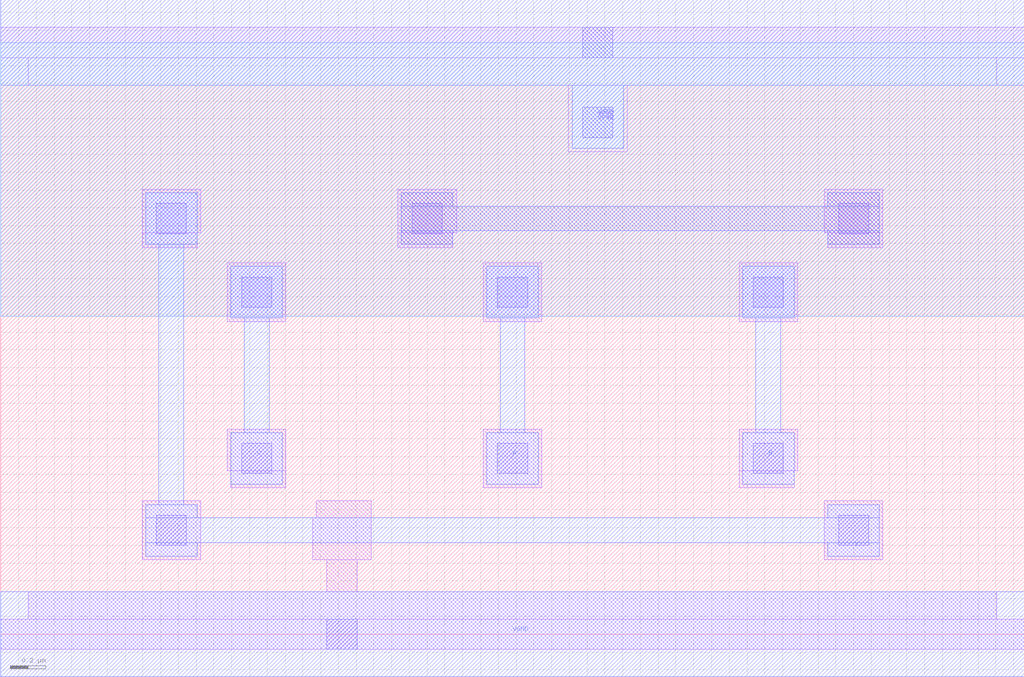
<source format=lef>
VERSION 5.7 ;
  NOWIREEXTENSIONATPIN ON ;
  DIVIDERCHAR "/" ;
  BUSBITCHARS "[]" ;
MACRO AOI21X1
  CLASS CORE ;
  FOREIGN AOI21X1 ;
  ORIGIN 0.000 0.000 ;
  SIZE 5.760 BY 3.330 ;
  SYMMETRY X Y ;
  SITE unit ;
  PIN A
    ANTENNAGATEAREA 0.189000 ;
    PORT
      LAYER met1 ;
        RECT 2.735 1.780 3.025 2.070 ;
        RECT 2.810 1.135 2.950 1.780 ;
        RECT 2.735 0.845 3.025 1.135 ;
    END
  END A
  PIN B
    ANTENNAGATEAREA 0.189000 ;
    PORT
      LAYER met1 ;
        RECT 4.175 1.780 4.465 2.070 ;
        RECT 4.250 1.135 4.390 1.780 ;
        RECT 4.175 0.845 4.465 1.135 ;
    END
  END B
  PIN C
    ANTENNAGATEAREA 0.189000 ;
    PORT
      LAYER met1 ;
        RECT 1.295 1.780 1.585 2.070 ;
        RECT 1.370 1.135 1.510 1.780 ;
        RECT 1.295 0.845 1.585 1.135 ;
    END
  END C
  PIN VGND
    ANTENNADIFFAREA 0.562100 ;
    PORT
      LAYER met1 ;
        RECT 0.000 -0.240 5.760 0.240 ;
    END
    PORT
      LAYER met1 ;
        RECT 0.000 3.090 5.760 3.570 ;
        RECT 3.215 2.735 3.505 3.090 ;
    END
  END VGND
  PIN VPWR
    ANTENNADIFFAREA 1.083600 ;
    PORT
      LAYER li1 ;
        RECT 0.000 3.245 5.760 3.415 ;
        RECT 0.155 3.090 5.605 3.245 ;
        RECT 3.195 2.715 3.525 3.090 ;
      LAYER mcon ;
        RECT 3.275 3.245 3.445 3.415 ;
        RECT 3.275 2.795 3.445 2.965 ;
    END
  END VPWR
  PIN Y
    ANTENNADIFFAREA 1.383750 ;
    PORT
      LAYER met1 ;
        RECT 0.815 2.195 1.105 2.485 ;
        RECT 0.890 0.730 1.030 2.195 ;
        RECT 0.815 0.655 1.105 0.730 ;
        RECT 4.655 0.655 4.945 0.730 ;
        RECT 0.815 0.515 4.945 0.655 ;
        RECT 0.815 0.440 1.105 0.515 ;
        RECT 4.655 0.440 4.945 0.515 ;
    END
  END Y
  OBS
      LAYER nwell ;
        RECT 0.000 1.790 5.760 3.330 ;
      LAYER li1 ;
        RECT 0.795 2.260 1.125 2.505 ;
        RECT 2.235 2.260 2.565 2.505 ;
        RECT 4.635 2.260 4.965 2.505 ;
        RECT 0.795 2.175 1.105 2.260 ;
        RECT 2.235 2.175 2.545 2.260 ;
        RECT 4.655 2.175 4.965 2.260 ;
        RECT 1.275 1.760 1.605 2.090 ;
        RECT 2.715 1.760 3.045 2.090 ;
        RECT 4.155 1.760 4.485 2.090 ;
        RECT 1.275 0.920 1.605 1.155 ;
        RECT 1.295 0.825 1.605 0.920 ;
        RECT 2.715 0.825 3.045 1.155 ;
        RECT 4.155 0.920 4.485 1.155 ;
        RECT 4.155 0.825 4.465 0.920 ;
        RECT 0.795 0.420 1.125 0.750 ;
        RECT 1.775 0.655 2.085 0.750 ;
        RECT 1.755 0.420 2.085 0.655 ;
        RECT 4.635 0.420 4.965 0.750 ;
        RECT 1.835 0.240 2.005 0.420 ;
        RECT 0.155 0.085 5.605 0.240 ;
        RECT 0.000 -0.085 5.760 0.085 ;
      LAYER mcon ;
        RECT 0.875 2.255 1.045 2.425 ;
        RECT 2.315 2.255 2.485 2.425 ;
        RECT 4.715 2.255 4.885 2.425 ;
        RECT 1.355 1.840 1.525 2.010 ;
        RECT 2.795 1.840 2.965 2.010 ;
        RECT 4.235 1.840 4.405 2.010 ;
        RECT 1.355 0.905 1.525 1.075 ;
        RECT 2.795 0.905 2.965 1.075 ;
        RECT 4.235 0.905 4.405 1.075 ;
        RECT 0.875 0.500 1.045 0.670 ;
        RECT 4.715 0.500 4.885 0.670 ;
        RECT 1.835 -0.085 2.005 0.085 ;
      LAYER met1 ;
        RECT 2.255 2.410 2.545 2.485 ;
        RECT 4.655 2.410 4.945 2.485 ;
        RECT 2.255 2.270 4.945 2.410 ;
        RECT 2.255 2.195 2.545 2.270 ;
        RECT 4.655 2.195 4.945 2.270 ;
  END
END AOI21X1
END LIBRARY


</source>
